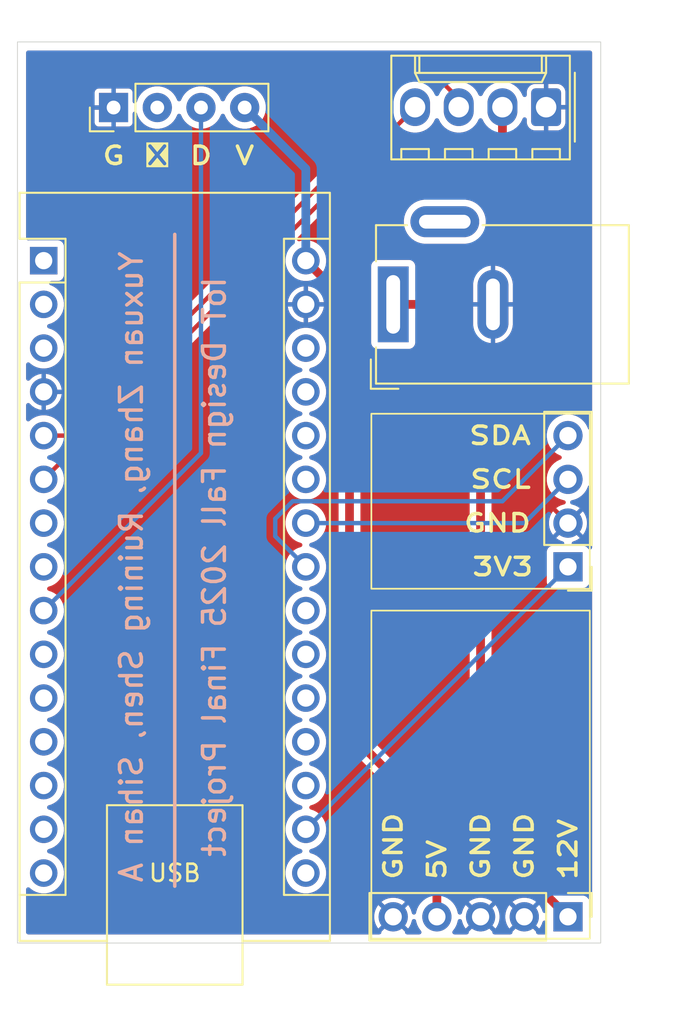
<source format=kicad_pcb>
(kicad_pcb (version 20241229) (generator "pcbnew") (generator_version "9.0")
  (layers (0 "F.Cu" signal) (2 "B.Cu" signal) (13 "F.Paste" user) (15 "B.Paste" user) (5 "F.SilkS" user "F.Silkscreen") (7 "B.SilkS" user "B.Silkscreen") (1 "F.Mask" user) (3 "B.Mask" user) (25 "Edge.Cuts" user))
  (net 0 "")
  (net 3 "PWM")
  (net 10 "5V")
  (net 12 "TACH")
  (net 21 "SDA")
  (net 24 "SCL")
  (net 25 "12V")
  (net 26 "GND")
  (net 27 "3.3V")
  (net 28 "DATA")
  (footprint "Connector_Molex:Molex_KK-254_AE-6410-04A_1x04_P2.54mm_Vertical" (layer "F.Cu") (at 114.3 31.73 180)
    (property "Reference" "J2" (hide yes))
    (property "Value" "Conn_01x04_Pin")
    (fp_line (start 9 2.99) (end 9 -3.03) (stroke (width 0.12)) (layer "F.SilkS"))
    (fp_line (start 9 -3.03) (end -1.38 -3.03) (stroke (width 0.12)) (layer "F.SilkS"))
    (fp_line (start 8.42 -2.43) (end 8.42 -3.03) (stroke (width 0.12)) (layer "F.SilkS"))
    (fp_line (start 7.62 1.99) (end 7.62 2.99) (stroke (width 0.12)) (layer "F.SilkS"))
    (fp_line (start 7.37 2.99) (end 7.37 1.99) (stroke (width 0.12)) (layer "F.SilkS"))
    (fp_line (start 7.37 1.46) (end 7.62 1.99) (stroke (width 0.12)) (layer "F.SilkS"))
    (fp_line (start 6.82 -2.43) (end 8.42 -2.43) (stroke (width 0.12)) (layer "F.SilkS"))
    (fp_line (start 6.82 -3.03) (end 6.82 -2.43) (stroke (width 0.12)) (layer "F.SilkS"))
    (fp_line (start 5.88 -2.43) (end 5.88 -3.03) (stroke (width 0.12)) (layer "F.SilkS"))
    (fp_line (start 4.28 -2.43) (end 5.88 -2.43) (stroke (width 0.12)) (layer "F.SilkS"))
    (fp_line (start 4.28 -3.03) (end 4.28 -2.43) (stroke (width 0.12)) (layer "F.SilkS"))
    (fp_line (start 3.34 -2.43) (end 3.34 -3.03) (stroke (width 0.12)) (layer "F.SilkS"))
    (fp_line (start 1.74 -2.43) (end 3.34 -2.43) (stroke (width 0.12)) (layer "F.SilkS"))
    (fp_line (start 1.74 -3.03) (end 1.74 -2.43) (stroke (width 0.12)) (layer "F.SilkS"))
    (fp_line (start 0.8 -2.43) (end 0.8 -3.03) (stroke (width 0.12)) (layer "F.SilkS"))
    (fp_line (start 0.25 2.99) (end 0.25 1.99) (stroke (width 0.12)) (layer "F.SilkS"))
    (fp_line (start 0.25 1.46) (end 7.37 1.46) (stroke (width 0.12)) (layer "F.SilkS"))
    (fp_line (start 0 2.99) (end 0 1.99) (stroke (width 0.12)) (layer "F.SilkS"))
    (fp_line (start 0 1.99) (end 7.62 1.99) (stroke (width 0.12)) (layer "F.SilkS"))
    (fp_line (start 0 1.99) (end 0.25 1.46) (stroke (width 0.12)) (layer "F.SilkS"))
    (fp_line (start -0.8 -2.43) (end 0.8 -2.43) (stroke (width 0.12)) (layer "F.SilkS"))
    (fp_line (start -0.8 -3.03) (end -0.8 -2.43) (stroke (width 0.12)) (layer "F.SilkS"))
    (fp_line (start -1.38 2.99) (end 9 2.99) (stroke (width 0.12)) (layer "F.SilkS"))
    (fp_line (start -1.38 -3.03) (end -1.38 2.99) (stroke (width 0.12)) (layer "F.SilkS"))
    (fp_line (start -1.67 -2) (end -1.67 2) (stroke (width 0.12)) (layer "F.SilkS"))
    (pad "1" thru_hole roundrect (at 0 0 180) (size 1.74 2.19) (drill 1.19) (layers "*.Cu" "*.Mask") (roundrect_rratio 0.143678) (net 26 "GND"))
    (pad "2" thru_hole oval (at 2.54 0 180) (size 1.74 2.19) (drill 1.19) (layers "*.Cu" "*.Mask") (net 25 "12V"))
    (pad "3" thru_hole oval (at 5.08 0 180) (size 1.74 2.19) (drill 1.19) (layers "*.Cu" "*.Mask") (net 12 "TACH"))
    (pad "4" thru_hole oval (at 7.62 0 180) (size 1.74 2.19) (drill 1.19) (layers "*.Cu" "*.Mask") (net 3 "PWM"))
  )
  (footprint "Connector_PinHeader_2.54mm:PinHeader_1x05_P2.54mm_Vertical" (layer "F.Cu") (at 115.57 78.74 -90)
    (property "Reference" "J3" (hide yes))
    (property "Value" "Conn_01x05_Pin")
    (fp_line (start -1.38 11.54) (end 1.38 11.54) (stroke (width 0.12)) (layer "F.SilkS"))
    (fp_line (start -1.38 1.27) (end -1.38 11.54) (stroke (width 0.12)) (layer "F.SilkS"))
    (fp_line (start -1.38 1.27) (end 1.38 1.27) (stroke (width 0.12)) (layer "F.SilkS"))
    (fp_line (start 1.38 1.27) (end 1.38 11.54) (stroke (width 0.12)) (layer "F.SilkS"))
    (fp_line (start -1.38 0) (end -1.38 -1.38) (stroke (width 0.12)) (layer "F.SilkS"))
    (fp_line (start -1.38 -1.38) (end 0 -1.38) (stroke (width 0.12)) (layer "F.SilkS"))
    (pad "1" thru_hole rect (at 0 0 270) (size 1.7 1.7) (drill 1) (layers "*.Cu" "*.Mask") (net 25 "12V"))
    (pad "2" thru_hole circle (at 0 2.54 270) (size 1.7 1.7) (drill 1) (layers "*.Cu" "*.Mask") (net 26 "GND"))
    (pad "3" thru_hole circle (at 0 5.08 270) (size 1.7 1.7) (drill 1) (layers "*.Cu" "*.Mask") (net 26 "GND"))
    (pad "4" thru_hole circle (at 0 7.62 270) (size 1.7 1.7) (drill 1) (layers "*.Cu" "*.Mask") (net 10 "5V"))
    (pad "5" thru_hole circle (at 0 10.16 270) (size 1.7 1.7) (drill 1) (layers "*.Cu" "*.Mask") (net 26 "GND"))
  )
  (footprint "Connector_BarrelJack:BarrelJack_Wuerth_6941xx301002" (layer "F.Cu") (at 105.41 43.18 90)
    (property "Reference" "J1" (hide yes))
    (property "Value" "Jack-DC")
    (fp_line (start -3.2 -1.3) (end -4.9 -1.3) (stroke (width 0.12)) (layer "F.SilkS"))
    (fp_line (start -4.9 -1.3) (end -4.9 0.3) (stroke (width 0.12)) (layer "F.SilkS"))
    (fp_line (start 4.6 -1) (end 4.6 0.8) (stroke (width 0.12)) (layer "F.SilkS"))
    (fp_line (start 2.5 -1) (end 4.6 -1) (stroke (width 0.12)) (layer "F.SilkS"))
    (fp_line (start -4.6 -1) (end -2.5 -1) (stroke (width 0.12)) (layer "F.SilkS"))
    (fp_line (start 4.6 5.2) (end 4.6 13.7) (stroke (width 0.12)) (layer "F.SilkS"))
    (fp_line (start 4.6 13.7) (end -4.6 13.7) (stroke (width 0.12)) (layer "F.SilkS"))
    (fp_line (start -4.6 13.7) (end -4.6 -1) (stroke (width 0.12)) (layer "F.SilkS"))
    (pad "1" thru_hole rect (at 0 0 90) (size 4.4 1.8) (drill oval 3.4 0.8) (layers "*.Cu" "*.Mask") (net 25 "12V"))
    (pad "2" thru_hole oval (at 0 5.8 90) (size 4 1.8) (drill oval 3 0.8) (layers "*.Cu" "*.Mask") (net 26 "GND"))
    (pad "3" thru_hole oval (at 4.8 3 180) (size 4 1.8) (drill oval 3 0.8) (layers "*.Cu" "*.Mask"))
  )
  (footprint "Module:Arduino_Nano" (layer "F.Cu") (at 85.09 40.64)
    (property "Reference" "A1" (hide yes))
    (property "Value" "Arduino_Nano_ESP32")
    (fp_line (start -1.4 -3.94) (end -1.4 -1.27) (stroke (width 0.12)) (layer "F.SilkS"))
    (fp_line (start -1.4 1.27) (end -1.4 39.5) (stroke (width 0.12)) (layer "F.SilkS"))
    (fp_line (start -1.4 39.5) (end 3.68 39.5) (stroke (width 0.12)) (layer "F.SilkS"))
    (fp_line (start 1.27 -1.27) (end -1.4 -1.27) (stroke (width 0.12)) (layer "F.SilkS"))
    (fp_line (start 1.27 1.27) (end -1.4 1.27) (stroke (width 0.12)) (layer "F.SilkS"))
    (fp_line (start 1.27 1.27) (end 1.27 -1.27) (stroke (width 0.12)) (layer "F.SilkS"))
    (fp_line (start 1.27 1.27) (end 1.27 36.83) (stroke (width 0.12)) (layer "F.SilkS"))
    (fp_line (start 1.27 36.83) (end -1.4 36.83) (stroke (width 0.12)) (layer "F.SilkS"))
    (fp_line (start 3.68 31.62) (end 11.56 31.62) (stroke (width 0.12)) (layer "F.SilkS"))
    (fp_line (start 3.68 42.04) (end 3.68 31.62) (stroke (width 0.12)) (layer "F.SilkS"))
    (fp_line (start 11.56 31.62) (end 11.56 42.04) (stroke (width 0.12)) (layer "F.SilkS"))
    (fp_line (start 11.56 42.04) (end 3.68 42.04) (stroke (width 0.12)) (layer "F.SilkS"))
    (fp_line (start 13.97 -1.27) (end 13.97 36.83) (stroke (width 0.12)) (layer "F.SilkS"))
    (fp_line (start 13.97 -1.27) (end 16.64 -1.27) (stroke (width 0.12)) (layer "F.SilkS"))
    (fp_line (start 13.97 36.83) (end 16.64 36.83) (stroke (width 0.12)) (layer "F.SilkS"))
    (fp_line (start 16.64 -3.94) (end -1.4 -3.94) (stroke (width 0.12)) (layer "F.SilkS"))
    (fp_line (start 16.64 39.5) (end 11.56 39.5) (stroke (width 0.12)) (layer "F.SilkS"))
    (fp_line (start 16.64 39.5) (end 16.64 -3.94) (stroke (width 0.12)) (layer "F.SilkS"))
    (fp_text user "USB" (at 7.62 35.56 0) (layer "F.SilkS"))
    (pad "1" thru_hole rect (at 0 0) (size 1.6 1.6) (drill 1) (layers "*.Cu" "*.Mask"))
    (pad "2" thru_hole oval (at 0 2.54) (size 1.6 1.6) (drill 1) (layers "*.Cu" "*.Mask"))
    (pad "3" thru_hole oval (at 0 5.08) (size 1.6 1.6) (drill 1) (layers "*.Cu" "*.Mask"))
    (pad "4" thru_hole oval (at 0 7.62) (size 1.6 1.6) (drill 1) (layers "*.Cu" "*.Mask") (net 26 "GND"))
    (pad "5" thru_hole oval (at 0 10.16) (size 1.6 1.6) (drill 1) (layers "*.Cu" "*.Mask") (net 12 "TACH"))
    (pad "6" thru_hole oval (at 0 12.7) (size 1.6 1.6) (drill 1) (layers "*.Cu" "*.Mask") (net 3 "PWM"))
    (pad "7" thru_hole oval (at 0 15.24) (size 1.6 1.6) (drill 1) (layers "*.Cu" "*.Mask"))
    (pad "8" thru_hole oval (at 0 17.78) (size 1.6 1.6) (drill 1) (layers "*.Cu" "*.Mask"))
    (pad "9" thru_hole oval (at 0 20.32) (size 1.6 1.6) (drill 1) (layers "*.Cu" "*.Mask") (net 28 "DATA"))
    (pad "10" thru_hole oval (at 0 22.86) (size 1.6 1.6) (drill 1) (layers "*.Cu" "*.Mask"))
    (pad "11" thru_hole oval (at 0 25.4) (size 1.6 1.6) (drill 1) (layers "*.Cu" "*.Mask"))
    (pad "12" thru_hole oval (at 0 27.94) (size 1.6 1.6) (drill 1) (layers "*.Cu" "*.Mask"))
    (pad "13" thru_hole oval (at 0 30.48) (size 1.6 1.6) (drill 1) (layers "*.Cu" "*.Mask"))
    (pad "14" thru_hole oval (at 0 33.02) (size 1.6 1.6) (drill 1) (layers "*.Cu" "*.Mask"))
    (pad "15" thru_hole oval (at 0 35.56) (size 1.6 1.6) (drill 1) (layers "*.Cu" "*.Mask"))
    (pad "16" thru_hole oval (at 15.24 35.56) (size 1.6 1.6) (drill 1) (layers "*.Cu" "*.Mask"))
    (pad "17" thru_hole oval (at 15.24 33.02) (size 1.6 1.6) (drill 1) (layers "*.Cu" "*.Mask") (net 27 "3.3V"))
    (pad "18" thru_hole oval (at 15.24 30.48) (size 1.6 1.6) (drill 1) (layers "*.Cu" "*.Mask"))
    (pad "19" thru_hole oval (at 15.24 27.94) (size 1.6 1.6) (drill 1) (layers "*.Cu" "*.Mask"))
    (pad "20" thru_hole oval (at 15.24 25.4) (size 1.6 1.6) (drill 1) (layers "*.Cu" "*.Mask"))
    (pad "21" thru_hole oval (at 15.24 22.86) (size 1.6 1.6) (drill 1) (layers "*.Cu" "*.Mask"))
    (pad "22" thru_hole oval (at 15.24 20.32) (size 1.6 1.6) (drill 1) (layers "*.Cu" "*.Mask"))
    (pad "23" thru_hole oval (at 15.24 17.78) (size 1.6 1.6) (drill 1) (layers "*.Cu" "*.Mask") (net 21 "SDA"))
    (pad "24" thru_hole oval (at 15.24 15.24) (size 1.6 1.6) (drill 1) (layers "*.Cu" "*.Mask") (net 24 "SCL"))
    (pad "25" thru_hole oval (at 15.24 12.7) (size 1.6 1.6) (drill 1) (layers "*.Cu" "*.Mask"))
    (pad "26" thru_hole oval (at 15.24 10.16) (size 1.6 1.6) (drill 1) (layers "*.Cu" "*.Mask"))
    (pad "27" thru_hole oval (at 15.24 7.62) (size 1.6 1.6) (drill 1) (layers "*.Cu" "*.Mask"))
    (pad "28" thru_hole oval (at 15.24 5.08) (size 1.6 1.6) (drill 1) (layers "*.Cu" "*.Mask"))
    (pad "29" thru_hole oval (at 15.24 2.54) (size 1.6 1.6) (drill 1) (layers "*.Cu" "*.Mask") (net 26 "GND"))
    (pad "30" thru_hole oval (at 15.24 0) (size 1.6 1.6) (drill 1) (layers "*.Cu" "*.Mask") (net 10 "5V"))
  )
  (footprint "Connector_PinHeader_2.54mm:PinHeader_1x04_P2.54mm_Vertical" (layer "F.Cu") (at 115.57 58.42 180)
    (property "Reference" "J4" (hide yes))
    (property "Value" "Conn_01x04_Pin")
    (fp_line (start 1.38 1.27) (end 1.38 9) (stroke (width 0.12)) (layer "F.SilkS"))
    (fp_line (start -1.38 9) (end 1.38 9) (stroke (width 0.12)) (layer "F.SilkS"))
    (fp_line (start -1.38 1.27) (end 1.38 1.27) (stroke (width 0.12)) (layer "F.SilkS"))
    (fp_line (start -1.38 1.27) (end -1.38 9) (stroke (width 0.12)) (layer "F.SilkS"))
    (fp_line (start -1.38 0) (end -1.38 -1.38) (stroke (width 0.12)) (layer "F.SilkS"))
    (fp_line (start -1.38 -1.38) (end 0 -1.38) (stroke (width 0.12)) (layer "F.SilkS"))
    (pad "1" thru_hole rect (at 0 0 180) (size 1.7 1.7) (drill 1) (layers "*.Cu" "*.Mask") (net 27 "3.3V"))
    (pad "2" thru_hole circle (at 0 2.54 180) (size 1.7 1.7) (drill 1) (layers "*.Cu" "*.Mask") (net 26 "GND"))
    (pad "3" thru_hole circle (at 0 5.08 180) (size 1.7 1.7) (drill 1) (layers "*.Cu" "*.Mask") (net 24 "SCL"))
    (pad "4" thru_hole circle (at 0 7.62 180) (size 1.7 1.7) (drill 1) (layers "*.Cu" "*.Mask") (net 21 "SDA"))
  )
  (footprint "Connector_PinHeader_2.54mm:PinHeader_1x04_P2.54mm_Vertical" (layer "F.Cu") (at 89.154 31.75 90)
    (property "Reference" "J5" (hide yes))
    (property "Value" "Conn_01x04_Pin")
    (fp_line (start -1.38 -1.38) (end 0 -1.38) (stroke (width 0.12)) (layer "F.SilkS"))
    (fp_line (start -1.38 0) (end -1.38 -1.38) (stroke (width 0.12)) (layer "F.SilkS"))
    (fp_line (start 1.38 1.27) (end 1.38 9) (stroke (width 0.12)) (layer "F.SilkS"))
    (fp_line (start -1.38 1.27) (end 1.38 1.27) (stroke (width 0.12)) (layer "F.SilkS"))
    (fp_line (start -1.38 1.27) (end -1.38 9) (stroke (width 0.12)) (layer "F.SilkS"))
    (fp_line (start -1.38 9) (end 1.38 9) (stroke (width 0.12)) (layer "F.SilkS"))
    (pad "1" thru_hole rect (at 0 0 90) (size 1.7 1.7) (drill 0.8) (layers "*.Cu" "*.Mask") (net 26 "GND"))
    (pad "2" thru_hole circle (at 0 2.54 90) (size 1.7 1.7) (drill 0.8) (layers "*.Cu" "*.Mask"))
    (pad "3" thru_hole circle (at 0 5.08 90) (size 1.7 1.7) (drill 0.8) (layers "*.Cu" "*.Mask") (net 28 "DATA"))
    (pad "4" thru_hole circle (at 0 7.62 90) (size 1.7 1.7) (drill 0.8) (layers "*.Cu" "*.Mask") (net 10 "5V"))
  )
  (gr_rect (start 104.14 60.96) (end 116.84 80.01) (stroke (width 0.1)) (fill no) (layer "F.SilkS"))
  (gr_rect (start 104.14 49.53) (end 116.84 59.69) (stroke (width 0.1)) (fill no) (layer "F.SilkS"))
  (gr_line (start 92.71 39.116) (end 92.71 76.962) (stroke (width 0.2032)) (layer "B.SilkS"))
  (gr_rect (start 83.566 27.94) (end 117.475 80.264) (stroke (width 0.05)) (fill no) (layer "Edge.Cuts"))
  (gr_text "X" (at 91.694 34.544 0) (layer "F.SilkS" knockout) (effects (font (size 1.016 1.27) (thickness 0.2032))))
  (gr_text "V" (at 96.774 34.544 0) (layer "F.SilkS") (effects (font (size 1.016 1.27) (thickness 0.2032))))
  (gr_text "12V" (at 115.57 76.708 90) (layer "F.SilkS") (effects (font (size 1.016 1.27) (thickness 0.2032)) (justify left)))
  (gr_text "3V3" (at 113.665 58.42 0) (layer "F.SilkS") (effects (font (size 1.016 1.27) (thickness 0.2032)) (justify right)))
  (gr_text "GND" (at 110.49 76.708 90) (layer "F.SilkS") (effects (font (size 1.016 1.27) (thickness 0.2032)) (justify left)))
  (gr_text "GND" (at 113.03 76.708 90) (layer "F.SilkS") (effects (font (size 1.016 1.27) (thickness 0.2032)) (justify left)))
  (gr_text "GND" (at 113.538 55.88 0) (layer "F.SilkS") (effects (font (size 1.016 1.27) (thickness 0.2032)) (justify right)))
  (gr_text "SCL" (at 113.538 53.34 0) (layer "F.SilkS") (effects (font (size 1.016 1.27) (thickness 0.2032)) (justify right)))
  (gr_text "SDA" (at 113.538 50.8 0) (layer "F.SilkS") (effects (font (size 1.016 1.27) (thickness 0.2032)) (justify right)))
  (gr_text "G" (at 89.154 34.544 0) (layer "F.SilkS") (effects (font (size 1.016 1.27) (thickness 0.2032))))
  (gr_text "5V" (at 107.95 76.708 90) (layer "F.SilkS") (effects (font (size 1.016 1.27) (thickness 0.2032)) (justify left)))
  (gr_text "GND" (at 105.41 76.708 90) (layer "F.SilkS") (effects (font (size 1.016 1.27) (thickness 0.2032)) (justify left)))
  (gr_text "D" (at 94.234 34.544 0) (layer "F.SilkS") (effects (font (size 1.016 1.27) (thickness 0.2032))))
  (gr_text "IoT Design Fall 2025 Final Project" (at 95.758 58.42 90) (layer "B.SilkS") (effects (font (size 1.27 1.27) (thickness 0.2032)) (justify bottom mirror)))
  (gr_text "Yuxuan Zhang, Ruining Shen, Sihan A" (at 90.932 58.42 90) (layer "B.SilkS") (effects (font (size 1.27 1.27) (thickness 0.2032)) (justify bottom mirror)))
  (segment (start 106.68 31.73) (end 106.68 31.75) (width 0.254) (layer "F.Cu") (net 3))
  (segment (start 106.68 31.75) (end 85.09 53.34) (width 0.254) (layer "F.Cu") (net 3))
  (segment (start 100.33 40.64) (end 102.87 43.18) (width 0.508) (layer "F.Cu") (net 10))
  (segment (start 102.87 43.18) (end 102.87 68.072) (width 0.508) (layer "F.Cu") (net 10))
  (segment (start 102.87 68.072) (end 107.95 73.152) (width 0.508) (layer "F.Cu") (net 10))
  (segment (start 107.95 73.152) (end 107.95 78.74) (width 0.508) (layer "F.Cu") (net 10))
  (segment (start 100.33 35.306) (end 100.33 40.64) (width 0.508) (layer "B.Cu") (net 10))
  (segment (start 96.774 31.75) (end 100.33 35.306) (width 0.508) (layer "B.Cu") (net 10))
  (segment (start 109.22 31.242) (end 107.696 29.718) (width 0.254) (layer "F.Cu") (net 12))
  (segment (start 105.664 29.718) (end 103.632 31.75) (width 0.254) (layer "F.Cu") (net 12))
  (segment (start 103.632 31.75) (end 103.632 33.782) (width 0.254) (layer "F.Cu") (net 12))
  (segment (start 109.22 31.73) (end 109.22 31.242) (width 0.254) (layer "F.Cu") (net 12))
  (segment (start 103.632 33.782) (end 86.614 50.8) (width 0.254) (layer "F.Cu") (net 12))
  (segment (start 107.696 29.718) (end 105.664 29.718) (width 0.254) (layer "F.Cu") (net 12))
  (segment (start 86.614 50.8) (end 85.09 50.8) (width 0.254) (layer "F.Cu") (net 12))
  (segment (start 98.552 56.642) (end 98.552 55.626) (width 0.254) (layer "B.Cu") (net 21))
  (segment (start 99.568 54.61) (end 111.76 54.61) (width 0.254) (layer "B.Cu") (net 21))
  (segment (start 98.552 55.626) (end 99.568 54.61) (width 0.254) (layer "B.Cu") (net 21))
  (segment (start 111.76 54.61) (end 115.57 50.8) (width 0.254) (layer "B.Cu") (net 21))
  (segment (start 100.33 58.42) (end 98.552 56.642) (width 0.254) (layer "B.Cu") (net 21))
  (segment (start 100.33 55.88) (end 113.03 55.88) (width 0.254) (layer "B.Cu") (net 24))
  (segment (start 113.03 55.88) (end 115.57 53.34) (width 0.254) (layer "B.Cu") (net 24))
  (segment (start 107.442 43.18) (end 110.49 46.228) (width 0.508) (layer "F.Cu") (net 25))
  (segment (start 111.76 38.862) (end 111.76 31.73) (width 0.508) (layer "F.Cu") (net 25))
  (segment (start 110.49 46.228) (end 110.49 73.66) (width 0.508) (layer "F.Cu") (net 25))
  (segment (start 110.49 73.66) (end 115.57 78.74) (width 0.508) (layer "F.Cu") (net 25))
  (segment (start 107.442 43.18) (end 111.76 38.862) (width 0.508) (layer "F.Cu") (net 25))
  (segment (start 105.41 43.18) (end 107.442 43.18) (width 0.508) (layer "F.Cu") (net 25))
  (segment (start 100.33 73.66) (end 115.57 58.42) (width 0.254) (layer "B.Cu") (net 27))
  (segment (start 94.234 31.75) (end 94.234 51.816) (width 0.254) (layer "B.Cu") (net 28))
  (segment (start 94.234 51.816) (end 85.09 60.96) (width 0.254) (layer "B.Cu") (net 28))
  (zone (net 26) (net_name "GND") (layers "F.Cu" "B.Cu") (connect_pads (clearance 0.381)) (min_thickness 0.254) (fill yes (thermal_gap 0.254) (thermal_bridge_width 0.254))
    (polygon (pts (xy 82.55 26.67) (xy 118.11 26.67) (xy 118.11 81.28) (xy 82.55 81.28)))
  )
)
</source>
